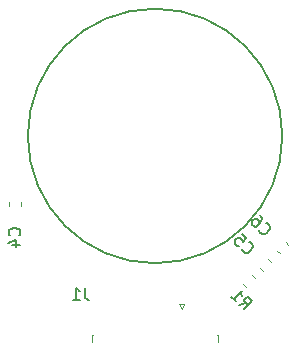
<source format=gbo>
G04 #@! TF.GenerationSoftware,KiCad,Pcbnew,5.1.6*
G04 #@! TF.CreationDate,2020-08-03T21:51:23+02:00*
G04 #@! TF.ProjectId,AnalogWatch,416e616c-6f67-4576-9174-63682e6b6963,rev?*
G04 #@! TF.SameCoordinates,Original*
G04 #@! TF.FileFunction,Legend,Bot*
G04 #@! TF.FilePolarity,Positive*
%FSLAX46Y46*%
G04 Gerber Fmt 4.6, Leading zero omitted, Abs format (unit mm)*
G04 Created by KiCad (PCBNEW 5.1.6) date 2020-08-03 21:51:23*
%MOMM*%
%LPD*%
G01*
G04 APERTURE LIST*
%ADD10C,0.150000*%
%ADD11C,0.120000*%
G04 APERTURE END LIST*
D10*
X110776307Y-95500000D02*
G75*
G03*
X110776307Y-95500000I-10776307J0D01*
G01*
D11*
X87628000Y-101125233D02*
X87628000Y-101467767D01*
X88648000Y-101125233D02*
X88648000Y-101467767D01*
X108881553Y-106681802D02*
X109123762Y-106924011D01*
X109602802Y-105960553D02*
X109845011Y-106202762D01*
X111047020Y-104483771D02*
X111289229Y-104725980D01*
X110325771Y-105205020D02*
X110567980Y-105447229D01*
X105215000Y-112339500D02*
X105325000Y-112339500D01*
X105325000Y-112339500D02*
X105325000Y-112939500D01*
X94785000Y-112339500D02*
X94675000Y-112339500D01*
X94675000Y-112339500D02*
X94675000Y-112939500D01*
X102450000Y-109749500D02*
X102250000Y-110149500D01*
X102250000Y-110149500D02*
X102050000Y-109749500D01*
X102050000Y-109749500D02*
X102450000Y-109749500D01*
X108448011Y-107536262D02*
X108205802Y-107294053D01*
X107726762Y-108257511D02*
X107484553Y-108015302D01*
D10*
X88495142Y-103909833D02*
X88542761Y-103862214D01*
X88590380Y-103719357D01*
X88590380Y-103624119D01*
X88542761Y-103481261D01*
X88447523Y-103386023D01*
X88352285Y-103338404D01*
X88161809Y-103290785D01*
X88018952Y-103290785D01*
X87828476Y-103338404D01*
X87733238Y-103386023D01*
X87638000Y-103481261D01*
X87590380Y-103624119D01*
X87590380Y-103719357D01*
X87638000Y-103862214D01*
X87685619Y-103909833D01*
X87923714Y-104766976D02*
X88590380Y-104766976D01*
X87542761Y-104528880D02*
X88257047Y-104290785D01*
X88257047Y-104909833D01*
X107370812Y-105081889D02*
X107370812Y-105149232D01*
X107438156Y-105283919D01*
X107505500Y-105351263D01*
X107640187Y-105418606D01*
X107774874Y-105418606D01*
X107875889Y-105384935D01*
X108044248Y-105283919D01*
X108145263Y-105182904D01*
X108246278Y-105014545D01*
X108279950Y-104913530D01*
X108279950Y-104778843D01*
X108212606Y-104644156D01*
X108145263Y-104576812D01*
X108010576Y-104509469D01*
X107943232Y-104509469D01*
X107370812Y-103802362D02*
X107707530Y-104139080D01*
X107404484Y-104509469D01*
X107404484Y-104442125D01*
X107370812Y-104341110D01*
X107202454Y-104172751D01*
X107101438Y-104139080D01*
X107034095Y-104139080D01*
X106933080Y-104172751D01*
X106764721Y-104341110D01*
X106731049Y-104442125D01*
X106731049Y-104509469D01*
X106764721Y-104610484D01*
X106933080Y-104778843D01*
X107034095Y-104812515D01*
X107101438Y-104812515D01*
X108816657Y-103479734D02*
X108816657Y-103547077D01*
X108884001Y-103681764D01*
X108951345Y-103749108D01*
X109086032Y-103816451D01*
X109220719Y-103816451D01*
X109321734Y-103782780D01*
X109490093Y-103681764D01*
X109591108Y-103580749D01*
X109692123Y-103412390D01*
X109725795Y-103311375D01*
X109725795Y-103176688D01*
X109658451Y-103042001D01*
X109591108Y-102974657D01*
X109456421Y-102907314D01*
X109389077Y-102907314D01*
X108850329Y-102233879D02*
X108985016Y-102368566D01*
X109018688Y-102469581D01*
X109018688Y-102536925D01*
X108985016Y-102705283D01*
X108884001Y-102873642D01*
X108614627Y-103143016D01*
X108513612Y-103176688D01*
X108446268Y-103176688D01*
X108345253Y-103143016D01*
X108210566Y-103008329D01*
X108176894Y-102907314D01*
X108176894Y-102839970D01*
X108210566Y-102738955D01*
X108378925Y-102570596D01*
X108479940Y-102536925D01*
X108547283Y-102536925D01*
X108648299Y-102570596D01*
X108782986Y-102705283D01*
X108816657Y-102806299D01*
X108816657Y-102873642D01*
X108782986Y-102974657D01*
X94059333Y-108354880D02*
X94059333Y-109069166D01*
X94106952Y-109212023D01*
X94202190Y-109307261D01*
X94345047Y-109354880D01*
X94440285Y-109354880D01*
X93059333Y-109354880D02*
X93630761Y-109354880D01*
X93345047Y-109354880D02*
X93345047Y-108354880D01*
X93440285Y-108497738D01*
X93535523Y-108592976D01*
X93630761Y-108640595D01*
X107112969Y-109784732D02*
X107685389Y-109683717D01*
X107517030Y-110188793D02*
X108224137Y-109481687D01*
X107954763Y-109212312D01*
X107853748Y-109178641D01*
X107786404Y-109178641D01*
X107685389Y-109212312D01*
X107584374Y-109313328D01*
X107550702Y-109414343D01*
X107550702Y-109481687D01*
X107584374Y-109582702D01*
X107853748Y-109852076D01*
X106439534Y-109111297D02*
X106843595Y-109515358D01*
X106641564Y-109313328D02*
X107348671Y-108606221D01*
X107315000Y-108774580D01*
X107315000Y-108909267D01*
X107348671Y-109010282D01*
M02*

</source>
